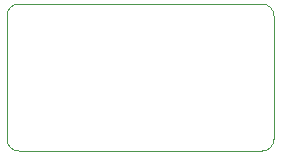
<source format=gbr>
%TF.GenerationSoftware,KiCad,Pcbnew,9.0.5*%
%TF.CreationDate,2025-11-16T03:13:01+01:00*%
%TF.ProjectId,LINBoard,4c494e42-6f61-4726-942e-6b696361645f,v1.0*%
%TF.SameCoordinates,Original*%
%TF.FileFunction,Profile,NP*%
%FSLAX46Y46*%
G04 Gerber Fmt 4.6, Leading zero omitted, Abs format (unit mm)*
G04 Created by KiCad (PCBNEW 9.0.5) date 2025-11-16 03:13:01*
%MOMM*%
%LPD*%
G01*
G04 APERTURE LIST*
%TA.AperFunction,Profile*%
%ADD10C,0.050000*%
%TD*%
G04 APERTURE END LIST*
D10*
X76962000Y-62500000D02*
X76962000Y-52054000D01*
X76962000Y-52054000D02*
G75*
G02*
X77962000Y-51054000I1000000J0D01*
G01*
X98568000Y-63500000D02*
X77962000Y-63500000D01*
X99568000Y-62500000D02*
G75*
G02*
X98568000Y-63500000I-1000000J0D01*
G01*
X77962000Y-51054000D02*
X98568000Y-51054000D01*
X98568000Y-51054000D02*
G75*
G02*
X99568000Y-52054000I0J-1000000D01*
G01*
X77962000Y-63500000D02*
G75*
G02*
X76962000Y-62500000I0J1000000D01*
G01*
X99568000Y-52054000D02*
X99568000Y-62500000D01*
M02*

</source>
